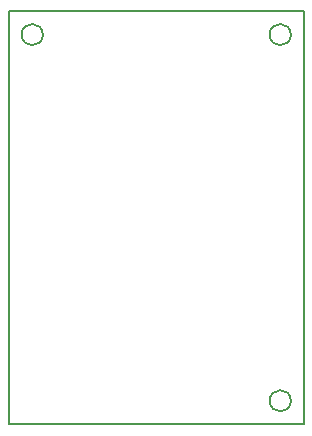
<source format=gbr>
%TF.GenerationSoftware,KiCad,Pcbnew,9.0.2+dfsg-1*%
%TF.CreationDate,2025-09-09T19:53:17+02:00*%
%TF.ProjectId,usb-dmx,7573622d-646d-4782-9e6b-696361645f70,1*%
%TF.SameCoordinates,Original*%
%TF.FileFunction,Profile,NP*%
%FSLAX46Y46*%
G04 Gerber Fmt 4.6, Leading zero omitted, Abs format (unit mm)*
G04 Created by KiCad (PCBNEW 9.0.2+dfsg-1) date 2025-09-09 19:53:17*
%MOMM*%
%LPD*%
G01*
G04 APERTURE LIST*
%TA.AperFunction,Profile*%
%ADD10C,0.200000*%
%TD*%
G04 APERTURE END LIST*
D10*
X90400000Y-62000000D02*
G75*
G02*
X88600000Y-62000000I-900000J0D01*
G01*
X88600000Y-62000000D02*
G75*
G02*
X90400000Y-62000000I900000J0D01*
G01*
X111400000Y-93000000D02*
G75*
G02*
X109600000Y-93000000I-900000J0D01*
G01*
X109600000Y-93000000D02*
G75*
G02*
X111400000Y-93000000I900000J0D01*
G01*
X87500000Y-60000000D02*
X112500000Y-60000000D01*
X112500000Y-95000000D01*
X87500000Y-95000000D01*
X87500000Y-60000000D01*
X111400000Y-62000000D02*
G75*
G02*
X109600000Y-62000000I-900000J0D01*
G01*
X109600000Y-62000000D02*
G75*
G02*
X111400000Y-62000000I900000J0D01*
G01*
M02*

</source>
